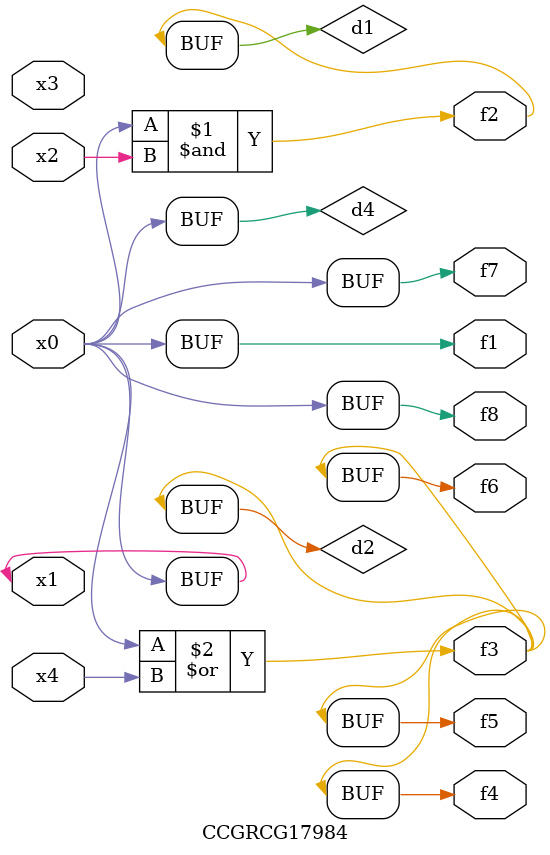
<source format=v>
module CCGRCG17984(
	input x0, x1, x2, x3, x4,
	output f1, f2, f3, f4, f5, f6, f7, f8
);

	wire d1, d2, d3, d4;

	and (d1, x0, x2);
	or (d2, x0, x4);
	nand (d3, x0, x2);
	buf (d4, x0, x1);
	assign f1 = d4;
	assign f2 = d1;
	assign f3 = d2;
	assign f4 = d2;
	assign f5 = d2;
	assign f6 = d2;
	assign f7 = d4;
	assign f8 = d4;
endmodule

</source>
